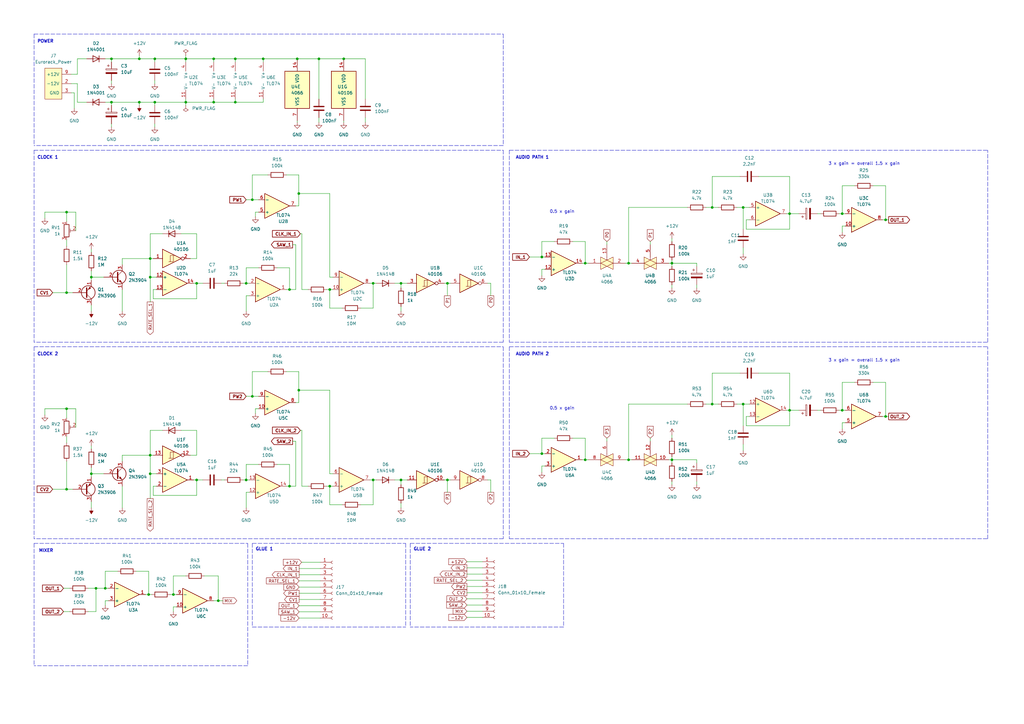
<source format=kicad_sch>
(kicad_sch (version 20211123) (generator eeschema)
  (paper "A3")
  (junction (at 89.535 246.38))
  (junction (at 39.37 241.3))
  (junction (at 135.255 199.39))
  (junction (at 76.2 41.91))
  (junction (at 345.44 87.63))
  (junction (at 87.63 24.13))
  (junction (at 140.97 24.13))
  (junction (at 153.035 116.205))
  (junction (at 63.5 24.13))
  (junction (at 27.305 167.64))
  (junction (at 80.645 116.205))
  (junction (at 363.22 170.815))
  (junction (at 275.59 188.595))
  (junction (at 292.1 85.09))
  (junction (at 61.595 106.045))
  (junction (at 57.15 41.91))
  (junction (at 27.305 200.66))
  (junction (at 363.22 90.17))
  (junction (at 121.92 24.13))
  (junction (at 183.515 196.85))
  (junction (at 71.12 243.84))
  (junction (at 257.81 188.595))
  (junction (at 103.505 162.56))
  (junction (at 96.52 41.91))
  (junction (at 240.03 107.95))
  (junction (at 153.035 196.85))
  (junction (at 61.595 186.69))
  (junction (at 107.95 24.13))
  (junction (at 103.505 81.915))
  (junction (at 76.2 24.13))
  (junction (at 122.555 160.02))
  (junction (at 122.555 79.375))
  (junction (at 164.465 116.205))
  (junction (at 345.44 168.275))
  (junction (at 37.465 113.665))
  (junction (at 100.965 116.205))
  (junction (at 118.745 199.39))
  (junction (at 275.59 107.95))
  (junction (at 240.03 188.595))
  (junction (at 118.745 118.745))
  (junction (at 60.96 243.84))
  (junction (at 183.515 116.205))
  (junction (at 96.52 24.13))
  (junction (at 222.25 186.055))
  (junction (at 304.8 165.735))
  (junction (at 323.85 87.63))
  (junction (at 323.85 168.275))
  (junction (at 100.965 196.85))
  (junction (at 130.81 24.13))
  (junction (at 43.18 241.3))
  (junction (at 27.305 120.015))
  (junction (at 57.15 24.13))
  (junction (at 27.305 86.995))
  (junction (at 80.645 196.85))
  (junction (at 222.25 105.41))
  (junction (at 45.72 41.91))
  (junction (at 87.63 41.91))
  (junction (at 45.72 24.13))
  (junction (at 63.5 41.91))
  (junction (at 304.8 85.09))
  (junction (at 37.465 194.31))
  (junction (at 257.81 107.95))
  (junction (at 61.595 194.31))
  (junction (at 164.465 196.85))
  (junction (at 61.595 113.665))
  (junction (at 135.255 118.745))
  (junction (at 292.1 165.735))
  (wire (pts (xy 59.69 243.84) (xy 60.96 243.84)))
  (wire (pts (xy 21.59 200.66) (xy 27.305 200.66)))
  (wire (pts (xy 153.035 116.205) (xy 153.035 126.365)))
  (wire (pts (xy 149.86 24.13) (xy 140.97 24.13)))
  (polyline (pts (xy 405.13 220.98) (xy 405.13 142.24)))
  (wire (pts (xy 223.52 191.135) (xy 222.25 191.135)))
  (wire (pts (xy 71.12 243.84) (xy 72.39 243.84)))
  (polyline (pts (xy 206.375 13.97) (xy 206.375 59.69)))
  (wire (pts (xy 37.465 102.235) (xy 37.465 103.505)))
  (wire (pts (xy 100.965 127.635) (xy 100.965 121.285)))
  (polyline (pts (xy 13.97 142.24) (xy 13.97 220.98)))
  (wire (pts (xy 191.516 240.538) (xy 197.866 240.538)))
  (wire (pts (xy 117.475 199.39) (xy 118.745 199.39)))
  (polyline (pts (xy 13.97 13.97) (xy 13.97 59.69)))
  (wire (pts (xy 76.2 41.91) (xy 76.2 43.18)))
  (wire (pts (xy 303.53 72.39) (xy 292.1 72.39)))
  (wire (pts (xy 57.15 24.13) (xy 63.5 24.13)))
  (wire (pts (xy 37.465 111.125) (xy 37.465 113.665)))
  (wire (pts (xy 63.5 41.91) (xy 76.2 41.91)))
  (polyline (pts (xy 206.375 140.335) (xy 13.97 140.335)))
  (wire (pts (xy 50.165 199.39) (xy 50.165 208.28)))
  (wire (pts (xy 99.695 196.85) (xy 100.965 196.85)))
  (wire (pts (xy 257.81 165.735) (xy 281.94 165.735)))
  (wire (pts (xy 103.505 162.56) (xy 106.045 162.56)))
  (wire (pts (xy 135.255 118.745) (xy 135.255 126.365)))
  (wire (pts (xy 363.22 156.845) (xy 358.14 156.845)))
  (wire (pts (xy 275.59 116.84) (xy 275.59 118.11)))
  (polyline (pts (xy 13.97 222.885) (xy 13.97 273.05)))
  (wire (pts (xy 117.475 118.745) (xy 118.745 118.745)))
  (wire (pts (xy 222.25 179.705) (xy 222.25 186.055)))
  (wire (pts (xy 275.59 188.595) (xy 275.59 189.865)))
  (wire (pts (xy 103.505 162.56) (xy 103.505 152.4)))
  (wire (pts (xy 164.465 125.73) (xy 164.465 127.635)))
  (wire (pts (xy 350.52 76.2) (xy 345.44 76.2)))
  (polyline (pts (xy 206.375 220.98) (xy 13.97 220.98)))
  (wire (pts (xy 36.195 241.3) (xy 39.37 241.3)))
  (wire (pts (xy 63.5 43.18) (xy 63.5 41.91)))
  (wire (pts (xy 96.52 40.64) (xy 96.52 41.91)))
  (wire (pts (xy 63.5 24.13) (xy 63.5 25.4)))
  (wire (pts (xy 37.465 113.665) (xy 42.545 113.665)))
  (wire (pts (xy 182.245 116.205) (xy 183.515 116.205)))
  (wire (pts (xy 122.555 152.4) (xy 122.555 160.02)))
  (wire (pts (xy 37.465 125.095) (xy 37.465 127.635)))
  (wire (pts (xy 50.165 186.69) (xy 50.165 189.23)))
  (wire (pts (xy 61.595 186.69) (xy 61.595 194.31)))
  (wire (pts (xy 123.825 176.53) (xy 123.825 199.39)))
  (wire (pts (xy 323.85 93.98) (xy 306.07 93.98)))
  (wire (pts (xy 182.245 196.85) (xy 183.515 196.85)))
  (wire (pts (xy 37.465 113.665) (xy 37.465 114.935)))
  (wire (pts (xy 96.52 24.13) (xy 96.52 25.4)))
  (polyline (pts (xy 208.915 142.24) (xy 405.13 142.24)))
  (wire (pts (xy 76.2 40.64) (xy 76.2 41.91)))
  (wire (pts (xy 62.865 122.555) (xy 80.645 122.555)))
  (wire (pts (xy 240.03 188.595) (xy 240.03 179.705)))
  (wire (pts (xy 45.72 24.13) (xy 57.15 24.13)))
  (wire (pts (xy 345.44 156.845) (xy 345.44 168.275)))
  (polyline (pts (xy 103.505 222.885) (xy 103.505 257.175)))
  (wire (pts (xy 222.25 105.41) (xy 223.52 105.41)))
  (wire (pts (xy 361.95 170.815) (xy 363.22 170.815)))
  (wire (pts (xy 122.682 253.492) (xy 131.318 253.492)))
  (wire (pts (xy 27.305 86.995) (xy 18.415 86.995)))
  (wire (pts (xy 191.516 243.078) (xy 197.866 243.078)))
  (wire (pts (xy 322.58 168.275) (xy 323.85 168.275)))
  (wire (pts (xy 61.595 186.69) (xy 50.165 186.69)))
  (wire (pts (xy 123.825 199.39) (xy 126.365 199.39)))
  (wire (pts (xy 43.18 41.91) (xy 45.72 41.91)))
  (wire (pts (xy 164.465 196.85) (xy 164.465 198.755)))
  (wire (pts (xy 275.59 97.79) (xy 275.59 99.06)))
  (wire (pts (xy 78.105 106.045) (xy 80.645 106.045)))
  (wire (pts (xy 135.255 118.745) (xy 136.525 118.745)))
  (wire (pts (xy 227.33 179.705) (xy 222.25 179.705)))
  (wire (pts (xy 80.645 196.85) (xy 79.375 196.85)))
  (wire (pts (xy 62.865 118.745) (xy 62.865 122.555)))
  (polyline (pts (xy 208.915 61.595) (xy 208.915 140.335)))
  (wire (pts (xy 153.035 116.205) (xy 154.305 116.205)))
  (wire (pts (xy 289.56 165.735) (xy 292.1 165.735)))
  (polyline (pts (xy 103.505 257.175) (xy 166.37 257.175)))
  (wire (pts (xy 151.765 116.205) (xy 153.035 116.205)))
  (wire (pts (xy 103.505 71.755) (xy 109.855 71.755)))
  (wire (pts (xy 87.63 41.91) (xy 76.2 41.91)))
  (wire (pts (xy 323.85 168.275) (xy 323.85 174.625)))
  (wire (pts (xy 61.595 113.665) (xy 64.135 113.665)))
  (wire (pts (xy 350.52 156.845) (xy 345.44 156.845)))
  (wire (pts (xy 80.645 116.205) (xy 79.375 116.205)))
  (wire (pts (xy 223.52 110.49) (xy 222.25 110.49)))
  (polyline (pts (xy 168.275 222.885) (xy 231.14 222.885)))
  (wire (pts (xy 106.045 190.5) (xy 100.965 190.5)))
  (wire (pts (xy 304.8 85.09) (xy 304.8 93.98)))
  (wire (pts (xy 304.8 101.6) (xy 304.8 104.14)))
  (wire (pts (xy 107.95 24.13) (xy 121.92 24.13)))
  (wire (pts (xy 118.745 199.39) (xy 118.745 190.5)))
  (wire (pts (xy 103.505 81.915) (xy 103.505 71.755)))
  (wire (pts (xy 257.81 188.595) (xy 259.08 188.595)))
  (wire (pts (xy 302.26 165.735) (xy 304.8 165.735)))
  (wire (pts (xy 122.555 79.375) (xy 122.555 84.455)))
  (polyline (pts (xy 166.37 222.885) (xy 166.37 257.175)))
  (wire (pts (xy 256.54 107.95) (xy 257.81 107.95)))
  (wire (pts (xy 48.26 234.315) (xy 43.18 234.315)))
  (wire (pts (xy 257.81 107.95) (xy 257.81 85.09)))
  (wire (pts (xy 122.682 248.412) (xy 131.318 248.412)))
  (wire (pts (xy 363.22 90.17) (xy 364.49 90.17)))
  (wire (pts (xy 274.32 188.595) (xy 275.59 188.595)))
  (wire (pts (xy 31.115 167.64) (xy 27.305 167.64)))
  (wire (pts (xy 123.19 95.885) (xy 123.825 95.885)))
  (wire (pts (xy 122.682 245.872) (xy 131.318 245.872)))
  (wire (pts (xy 147.955 207.01) (xy 153.035 207.01)))
  (wire (pts (xy 87.63 25.4) (xy 87.63 24.13)))
  (wire (pts (xy 289.56 85.09) (xy 292.1 85.09)))
  (wire (pts (xy 344.17 168.275) (xy 345.44 168.275)))
  (wire (pts (xy 44.45 246.38) (xy 43.18 246.38)))
  (polyline (pts (xy 231.14 222.885) (xy 231.14 257.175)))
  (wire (pts (xy 238.76 107.95) (xy 240.03 107.95)))
  (wire (pts (xy 87.63 40.64) (xy 87.63 41.91)))
  (wire (pts (xy 27.305 179.07) (xy 27.305 181.61)))
  (wire (pts (xy 274.32 107.95) (xy 275.59 107.95)))
  (polyline (pts (xy 231.14 257.175) (xy 168.275 257.175)))
  (wire (pts (xy 191.516 235.458) (xy 197.866 235.458)))
  (wire (pts (xy 133.985 118.745) (xy 135.255 118.745)))
  (wire (pts (xy 63.5 24.13) (xy 76.2 24.13)))
  (wire (pts (xy 76.2 22.86) (xy 76.2 24.13)))
  (wire (pts (xy 80.645 116.205) (xy 80.645 122.555)))
  (wire (pts (xy 87.63 41.91) (xy 96.52 41.91)))
  (wire (pts (xy 60.96 243.84) (xy 62.23 243.84)))
  (wire (pts (xy 118.745 190.5) (xy 113.665 190.5)))
  (wire (pts (xy 18.415 167.64) (xy 18.415 170.18)))
  (wire (pts (xy 30.48 38.1) (xy 29.21 38.1)))
  (wire (pts (xy 107.95 40.64) (xy 107.95 41.91)))
  (wire (pts (xy 100.965 196.85) (xy 102.235 196.85)))
  (wire (pts (xy 87.63 24.13) (xy 96.52 24.13)))
  (wire (pts (xy 191.516 237.998) (xy 197.866 237.998)))
  (wire (pts (xy 217.17 186.055) (xy 222.25 186.055)))
  (wire (pts (xy 275.59 107.95) (xy 285.75 107.95)))
  (polyline (pts (xy 206.375 142.24) (xy 206.375 220.98)))
  (wire (pts (xy 121.285 180.975) (xy 121.285 199.39)))
  (wire (pts (xy 64.135 199.39) (xy 62.865 199.39)))
  (wire (pts (xy 191.516 232.918) (xy 197.866 232.918)))
  (wire (pts (xy 306.07 90.17) (xy 307.34 90.17)))
  (wire (pts (xy 227.33 99.06) (xy 222.25 99.06)))
  (wire (pts (xy 257.81 85.09) (xy 281.94 85.09)))
  (wire (pts (xy 89.535 246.38) (xy 87.63 246.38)))
  (wire (pts (xy 61.595 113.665) (xy 61.595 123.825)))
  (wire (pts (xy 257.81 107.95) (xy 259.08 107.95)))
  (wire (pts (xy 363.22 170.815) (xy 363.22 156.845)))
  (wire (pts (xy 31.115 175.26) (xy 31.115 167.64)))
  (wire (pts (xy 71.12 236.22) (xy 76.2 236.22)))
  (wire (pts (xy 45.72 41.91) (xy 57.15 41.91)))
  (wire (pts (xy 45.72 52.07) (xy 45.72 50.8)))
  (wire (pts (xy 304.8 165.735) (xy 304.8 174.625)))
  (wire (pts (xy 191.516 250.698) (xy 197.866 250.698)))
  (wire (pts (xy 135.255 113.665) (xy 135.255 79.375)))
  (wire (pts (xy 240.03 107.95) (xy 241.3 107.95)))
  (wire (pts (xy 191.516 248.158) (xy 197.866 248.158)))
  (wire (pts (xy 266.7 99.06) (xy 266.7 100.33)))
  (wire (pts (xy 135.255 194.31) (xy 135.255 160.02)))
  (wire (pts (xy 63.5 33.02) (xy 63.5 34.29)))
  (wire (pts (xy 122.555 71.755) (xy 122.555 79.375)))
  (wire (pts (xy 363.22 76.2) (xy 358.14 76.2)))
  (wire (pts (xy 238.76 188.595) (xy 240.03 188.595)))
  (wire (pts (xy 191.516 245.618) (xy 197.866 245.618)))
  (wire (pts (xy 302.26 85.09) (xy 304.8 85.09)))
  (wire (pts (xy 363.22 170.815) (xy 364.49 170.815)))
  (wire (pts (xy 183.515 196.85) (xy 184.785 196.85)))
  (wire (pts (xy 121.285 84.455) (xy 122.555 84.455)))
  (wire (pts (xy 29.21 34.29) (xy 31.75 34.29)))
  (wire (pts (xy 130.81 48.26) (xy 130.81 50.165)))
  (wire (pts (xy 335.28 87.63) (xy 336.55 87.63)))
  (wire (pts (xy 345.44 173.355) (xy 345.44 175.895)))
  (wire (pts (xy 61.595 95.885) (xy 61.595 106.045)))
  (wire (pts (xy 45.72 24.13) (xy 43.18 24.13)))
  (wire (pts (xy 103.505 81.915) (xy 106.045 81.915)))
  (wire (pts (xy 31.115 94.615) (xy 31.115 86.995)))
  (wire (pts (xy 89.535 246.38) (xy 91.44 246.38)))
  (wire (pts (xy 122.555 160.02) (xy 122.555 165.1)))
  (wire (pts (xy 55.88 234.315) (xy 60.96 234.315)))
  (wire (pts (xy 164.465 206.375) (xy 164.465 208.28)))
  (wire (pts (xy 266.7 179.705) (xy 266.7 180.975)))
  (wire (pts (xy 123.825 118.745) (xy 126.365 118.745)))
  (wire (pts (xy 240.03 107.95) (xy 240.03 99.06)))
  (wire (pts (xy 335.28 168.275) (xy 336.55 168.275)))
  (wire (pts (xy 191.516 230.378) (xy 197.866 230.378)))
  (wire (pts (xy 275.59 107.95) (xy 275.59 109.22)))
  (wire (pts (xy 285.75 188.595) (xy 285.75 189.865)))
  (wire (pts (xy 122.682 240.792) (xy 131.318 240.792)))
  (wire (pts (xy 69.85 243.84) (xy 71.12 243.84)))
  (wire (pts (xy 27.305 98.425) (xy 27.305 100.965)))
  (wire (pts (xy 130.81 24.13) (xy 130.81 40.64)))
  (wire (pts (xy 136.525 194.31) (xy 135.255 194.31)))
  (wire (pts (xy 74.295 95.885) (xy 80.645 95.885)))
  (wire (pts (xy 120.015 100.33) (xy 121.285 100.33)))
  (wire (pts (xy 39.37 241.3) (xy 39.37 250.825)))
  (wire (pts (xy 135.255 199.39) (xy 135.255 207.01)))
  (wire (pts (xy 222.25 110.49) (xy 222.25 113.03)))
  (wire (pts (xy 45.72 33.02) (xy 45.72 34.29)))
  (wire (pts (xy 257.81 188.595) (xy 257.81 165.735)))
  (wire (pts (xy 118.745 199.39) (xy 121.285 199.39)))
  (wire (pts (xy 80.645 196.85) (xy 83.185 196.85)))
  (wire (pts (xy 30.48 44.45) (xy 30.48 38.1)))
  (wire (pts (xy 323.85 72.39) (xy 323.85 87.63)))
  (wire (pts (xy 222.25 186.055) (xy 223.52 186.055)))
  (wire (pts (xy 136.525 113.665) (xy 135.255 113.665)))
  (wire (pts (xy 346.71 173.355) (xy 345.44 173.355)))
  (wire (pts (xy 306.07 93.98) (xy 306.07 90.17)))
  (wire (pts (xy 304.8 85.09) (xy 307.34 85.09)))
  (wire (pts (xy 37.465 194.31) (xy 42.545 194.31)))
  (wire (pts (xy 39.37 241.3) (xy 43.18 241.3)))
  (wire (pts (xy 275.59 188.595) (xy 285.75 188.595)))
  (wire (pts (xy 275.59 178.435) (xy 275.59 179.705)))
  (wire (pts (xy 323.85 168.275) (xy 327.66 168.275)))
  (wire (pts (xy 62.865 199.39) (xy 62.865 203.2)))
  (wire (pts (xy 240.03 99.06) (xy 234.95 99.06)))
  (wire (pts (xy 27.305 171.45) (xy 27.305 167.64)))
  (wire (pts (xy 292.1 72.39) (xy 292.1 85.09)))
  (wire (pts (xy 62.865 186.69) (xy 61.595 186.69)))
  (wire (pts (xy 66.675 95.885) (xy 61.595 95.885)))
  (wire (pts (xy 285.75 107.95) (xy 285.75 109.22)))
  (wire (pts (xy 83.82 236.22) (xy 89.535 236.22)))
  (wire (pts (xy 121.285 100.33) (xy 121.285 118.745)))
  (wire (pts (xy 107.95 24.13) (xy 96.52 24.13)))
  (wire (pts (xy 122.682 250.952) (xy 131.318 250.952)))
  (wire (pts (xy 100.965 81.915) (xy 103.505 81.915)))
  (wire (pts (xy 120.015 180.975) (xy 121.285 180.975)))
  (polyline (pts (xy 13.97 142.24) (xy 206.375 142.24)))
  (wire (pts (xy 43.18 241.3) (xy 44.45 241.3)))
  (polyline (pts (xy 405.13 140.335) (xy 405.13 61.595)))
  (wire (pts (xy 63.5 41.91) (xy 57.15 41.91)))
  (wire (pts (xy 344.17 87.63) (xy 345.44 87.63)))
  (wire (pts (xy 292.1 153.035) (xy 292.1 165.735)))
  (wire (pts (xy 311.15 153.035) (xy 323.85 153.035)))
  (wire (pts (xy 27.305 189.23) (xy 27.305 200.66)))
  (wire (pts (xy 31.75 41.91) (xy 35.56 41.91)))
  (polyline (pts (xy 208.915 142.24) (xy 208.915 220.98)))
  (wire (pts (xy 18.415 86.995) (xy 18.415 89.535)))
  (wire (pts (xy 122.682 233.172) (xy 131.318 233.172)))
  (wire (pts (xy 100.965 162.56) (xy 103.505 162.56)))
  (wire (pts (xy 363.22 90.17) (xy 363.22 76.2)))
  (wire (pts (xy 36.195 250.825) (xy 39.37 250.825)))
  (wire (pts (xy 100.965 121.285) (xy 102.235 121.285)))
  (wire (pts (xy 121.92 24.13) (xy 130.81 24.13)))
  (wire (pts (xy 61.595 106.045) (xy 61.595 113.665)))
  (wire (pts (xy 61.595 176.53) (xy 61.595 186.69)))
  (wire (pts (xy 323.85 153.035) (xy 323.85 168.275)))
  (wire (pts (xy 104.775 167.64) (xy 104.775 169.545)))
  (wire (pts (xy 100.965 116.205) (xy 102.235 116.205)))
  (polyline (pts (xy 206.375 59.69) (xy 13.97 59.69)))
  (wire (pts (xy 71.12 243.84) (xy 71.12 236.22)))
  (wire (pts (xy 27.305 108.585) (xy 27.305 120.015)))
  (wire (pts (xy 50.165 106.045) (xy 50.165 108.585)))
  (wire (pts (xy 123.19 176.53) (xy 123.825 176.53)))
  (wire (pts (xy 306.07 170.815) (xy 307.34 170.815)))
  (wire (pts (xy 72.39 248.92) (xy 71.12 248.92)))
  (wire (pts (xy 222.25 191.135) (xy 222.25 193.675)))
  (wire (pts (xy 292.1 85.09) (xy 294.64 85.09)))
  (polyline (pts (xy 13.97 222.885) (xy 101.6 222.885)))
  (wire (pts (xy 345.44 76.2) (xy 345.44 87.63)))
  (polyline (pts (xy 168.275 222.885) (xy 168.275 257.175)))
  (wire (pts (xy 62.865 106.045) (xy 61.595 106.045)))
  (wire (pts (xy 61.595 194.31) (xy 64.135 194.31)))
  (wire (pts (xy 346.71 92.71) (xy 345.44 92.71)))
  (wire (pts (xy 80.645 186.69) (xy 80.645 176.53)))
  (wire (pts (xy 37.465 194.31) (xy 37.465 195.58)))
  (wire (pts (xy 89.535 236.22) (xy 89.535 246.38)))
  (wire (pts (xy 27.305 90.805) (xy 27.305 86.995)))
  (wire (pts (xy 222.25 99.06) (xy 222.25 105.41)))
  (wire (pts (xy 80.645 196.85) (xy 80.645 203.2)))
  (wire (pts (xy 285.75 197.485) (xy 285.75 198.755)))
  (wire (pts (xy 80.645 116.205) (xy 83.185 116.205)))
  (wire (pts (xy 31.75 24.13) (xy 31.75 30.48)))
  (wire (pts (xy 135.255 79.375) (xy 122.555 79.375)))
  (wire (pts (xy 183.515 116.205) (xy 184.785 116.205)))
  (wire (pts (xy 64.135 118.745) (xy 62.865 118.745)))
  (wire (pts (xy 21.59 120.015) (xy 27.305 120.015)))
  (wire (pts (xy 248.92 99.06) (xy 248.92 100.33)))
  (wire (pts (xy 103.505 152.4) (xy 109.855 152.4)))
  (wire (pts (xy 61.595 194.31) (xy 61.595 204.47)))
  (wire (pts (xy 35.56 24.13) (xy 31.75 24.13)))
  (polyline (pts (xy 208.915 61.595) (xy 405.13 61.595)))
  (wire (pts (xy 323.85 174.625) (xy 306.07 174.625)))
  (wire (pts (xy 161.925 196.85) (xy 164.465 196.85)))
  (wire (pts (xy 60.96 234.315) (xy 60.96 243.84)))
  (wire (pts (xy 133.985 199.39) (xy 135.255 199.39)))
  (wire (pts (xy 122.682 235.712) (xy 131.318 235.712)))
  (wire (pts (xy 74.295 176.53) (xy 80.645 176.53)))
  (wire (pts (xy 130.81 24.13) (xy 140.97 24.13)))
  (wire (pts (xy 153.035 196.85) (xy 154.305 196.85)))
  (wire (pts (xy 123.698 230.632) (xy 131.318 230.632)))
  (polyline (pts (xy 101.6 273.05) (xy 13.97 273.05)))
  (wire (pts (xy 323.85 87.63) (xy 327.66 87.63)))
  (polyline (pts (xy 101.6 222.885) (xy 101.6 273.05)))
  (wire (pts (xy 361.95 90.17) (xy 363.22 90.17)))
  (wire (pts (xy 123.825 95.885) (xy 123.825 118.745)))
  (wire (pts (xy 45.72 24.13) (xy 45.72 25.4)))
  (wire (pts (xy 31.75 34.29) (xy 31.75 41.91)))
  (polyline (pts (xy 103.505 222.885) (xy 166.37 222.885)))
  (wire (pts (xy 306.07 174.625) (xy 306.07 170.815)))
  (wire (pts (xy 311.15 72.39) (xy 323.85 72.39)))
  (wire (pts (xy 100.965 201.93) (xy 102.235 201.93)))
  (wire (pts (xy 100.965 190.5) (xy 100.965 196.85)))
  (polyline (pts (xy 13.97 13.97) (xy 206.375 13.97)))
  (wire (pts (xy 164.465 116.205) (xy 164.465 118.11)))
  (wire (pts (xy 183.515 196.85) (xy 183.515 201.93)))
  (wire (pts (xy 149.86 48.26) (xy 149.86 50.165)))
  (wire (pts (xy 304.8 165.735) (xy 307.34 165.735)))
  (wire (pts (xy 201.295 196.85) (xy 201.295 201.93)))
  (wire (pts (xy 345.44 92.71) (xy 345.44 95.25)))
  (polyline (pts (xy 13.97 61.595) (xy 206.375 61.595)))
  (wire (pts (xy 240.03 179.705) (xy 234.95 179.705)))
  (wire (pts (xy 200.025 196.85) (xy 201.295 196.85)))
  (wire (pts (xy 106.045 86.995) (xy 104.775 86.995)))
  (wire (pts (xy 323.85 87.63) (xy 323.85 93.98)))
  (wire (pts (xy 29.21 30.48) (xy 31.75 30.48)))
  (wire (pts (xy 87.63 24.13) (xy 76.2 24.13)))
  (wire (pts (xy 107.95 41.91) (xy 96.52 41.91)))
  (wire (pts (xy 106.045 167.64) (xy 104.775 167.64)))
  (wire (pts (xy 50.165 118.745) (xy 50.165 127.635)))
  (wire (pts (xy 27.305 120.015) (xy 29.845 120.015)))
  (wire (pts (xy 200.025 116.205) (xy 201.295 116.205)))
  (wire (pts (xy 275.59 187.325) (xy 275.59 188.595)))
  (wire (pts (xy 66.675 176.53) (xy 61.595 176.53)))
  (wire (pts (xy 322.58 87.63) (xy 323.85 87.63)))
  (wire (pts (xy 275.59 197.485) (xy 275.59 198.755)))
  (wire (pts (xy 37.465 182.88) (xy 37.465 184.15)))
  (wire (pts (xy 31.115 86.995) (xy 27.305 86.995)))
  (wire (pts (xy 117.475 71.755) (xy 122.555 71.755)))
  (wire (pts (xy 275.59 106.68) (xy 275.59 107.95)))
  (wire (pts (xy 43.18 246.38) (xy 43.18 248.285)))
  (wire (pts (xy 122.682 243.332) (xy 131.318 243.332)))
  (wire (pts (xy 240.03 188.595) (xy 241.3 188.595)))
  (wire (pts (xy 285.75 116.84) (xy 285.75 118.11)))
  (wire (pts (xy 107.95 25.4) (xy 107.95 24.13)))
  (wire (pts (xy 76.2 24.13) (xy 76.2 25.4)))
  (wire (pts (xy 100.965 208.28) (xy 100.965 201.93)))
  (wire (pts (xy 90.805 116.205) (xy 92.075 116.205)))
  (wire (pts (xy 62.865 203.2) (xy 80.645 203.2)))
  (wire (pts (xy 57.15 24.13) (xy 57.15 22.86)))
  (wire (pts (xy 63.5 50.8) (xy 63.5 52.07)))
  (wire (pts (xy 26.035 250.825) (xy 28.575 250.825)))
  (wire (pts (xy 37.465 191.77) (xy 37.465 194.31)))
  (wire (pts (xy 90.805 196.85) (xy 92.075 196.85)))
  (polyline (pts (xy 13.97 61.595) (xy 13.97 140.335)))
  (wire (pts (xy 78.105 186.69) (xy 80.645 186.69)))
  (wire (pts (xy 118.745 118.745) (xy 118.745 109.855)))
  (wire (pts (xy 27.305 200.66) (xy 29.845 200.66)))
  (wire (pts (xy 248.92 179.705) (xy 248.92 180.975)))
  (wire (pts (xy 57.15 41.91) (xy 57.15 43.18)))
  (polyline (pts (xy 206.375 61.595) (xy 206.375 140.335)))
  (wire (pts (xy 292.1 165.735) (xy 294.64 165.735)))
  (wire (pts (xy 135.255 199.39) (xy 136.525 199.39)))
  (wire (pts (xy 45.72 43.18) (xy 45.72 41.91)))
  (wire (pts (xy 104.775 86.995) (xy 104.775 88.9)))
  (wire (pts (xy 345.44 168.275) (xy 346.71 168.275)))
  (wire (pts (xy 100.965 109.855) (xy 100.965 116.205)))
  (wire (pts (xy 345.44 87.63) (xy 346.71 87.63)))
  (wire (pts (xy 99.695 116.205) (xy 100.965 116.205)))
  (wire (pts (xy 256.54 188.595) (xy 257.81 188.595)))
  (wire (pts (xy 191.516 253.238) (xy 197.866 253.238)))
  (wire (pts (xy 135.255 160.02) (xy 122.555 160.02)))
  (wire (pts (xy 153.035 196.85) (xy 153.035 207.01)))
  (wire (pts (xy 161.925 116.205) (xy 164.465 116.205)))
  (wire (pts (xy 164.465 196.85) (xy 167.005 196.85)))
  (wire (pts (xy 71.12 248.92) (xy 71.12 250.825)))
  (wire (pts (xy 80.645 106.045) (xy 80.645 95.885)))
  (wire (pts (xy 183.515 116.205) (xy 183.515 121.285)))
  (wire (pts (xy 140.97 49.53) (xy 140.97 50.165)))
  (wire (pts (xy 304.8 182.245) (xy 304.8 184.785)))
  (wire (pts (xy 121.92 49.53) (xy 121.92 50.165)))
  (wire (pts (xy 217.17 105.41) (xy 222.25 105.41)))
  (wire (pts (xy 122.682 238.252) (xy 131.318 238.252)))
  (wire (pts (xy 27.305 167.64) (xy 18.415 167.64)))
  (wire (pts (xy 106.045 109.855) (xy 100.965 109.855)))
  (wire (pts (xy 140.335 207.01) (xy 135.255 207.01)))
  (wire (pts (xy 164.465 116.205) (xy 167.005 116.205)))
  (wire (pts (xy 61.595 106.045) (xy 50.165 106.045)))
  (wire (pts (xy 117.475 152.4) (xy 122.555 152.4)))
  (wire (pts (xy 140.335 126.365) (xy 135.255 126.365)))
  (wire (pts (xy 149.86 40.64) (xy 149.86 24.13)))
  (wire (pts (xy 118.745 118.745) (xy 121.285 118.745)))
  (wire (pts (xy 118.745 109.855) (xy 113.665 109.855)))
  (wire (pts (xy 147.955 126.365) (xy 153.035 126.365)))
  (wire (pts (xy 201.295 116.205) (xy 201.295 121.285)))
  (polyline (pts (xy 208.915 220.98) (xy 405.13 220.98)))
  (wire (pts (xy 303.53 153.035) (xy 292.1 153.035)))
  (wire (pts (xy 151.765 196.85) (xy 153.035 196.85)))
  (wire (pts (xy 121.285 165.1) (xy 122.555 165.1)))
  (wire (pts (xy 43.18 234.315) (xy 43.18 241.3)))
  (wire (pts (xy 26.035 241.3) (xy 28.575 241.3)))
  (wire (pts (xy 37.465 205.74) (xy 37.465 208.28)))
  (polyline (pts (xy 208.915 140.335) (xy 405.13 140.335)))
  (text "CLOCK 1" (at 15.24 65.405 0) (effects (font (size 1.27 1.27) (thickness 0.254) bold) (justify left bottom)))
  (text "POWER" (at 15.24 17.78 0) (effects (font (size 1.27 1.27) (thickness 0.254) bold) (justify left bottom)))
  (text "GLUE 1" (at 104.775 226.06 0) (effects (font (size 1.27 1.27) (thickness 0.254) bold) (justify left bottom)))
  (text "AUDIO PATH 2" (at 211.455 146.05 0) (effects (font (size 1.27 1.27) (thickness 0.254) bold) (justify left bottom)))
  (text "CLOCK 2" (at 15.24 146.05 0) (effects (font (size 1.27 1.27) (thickness 0.254) bold) (justify left bottom)))
  (text "3 x gain = overall 1.5 x gain" (at 339.725 67.945 0) (effects (font (size 1.27 1.27)) (justify left bottom)))
  (text "GLUE 2" (at 169.545 226.06 0) (effects (font (size 1.27 1.27) (thickness 0.254) bold) (justify left bottom)))
  (text "3 x gain = overall 1.5 x gain" (at 339.725 148.59 0) (effects (font (size 1.27 1.27)) (justify left bottom)))
  (text "0.5 x gain" (at 225.425 87.63 0) (effects (font (size 1.27 1.27)) (justify left bottom)))
  (text "AUDIO PATH 1" (at 211.455 65.405 0) (effects (font (size 1.27 1.27) (thickness 0.254) bold) (justify left bottom)))
  (text "0.5 x gain" (at 225.425 168.275 0) (effects (font (size 1.27 1.27)) (justify left bottom)))
  (text "MIXER" (at 15.875 226.695 0) (effects (font (size 1.27 1.27) (thickness 0.254) bold) (justify left bottom)))
  (global_label "IN_2" (shape input) (at 217.17 186.055 180) (effects (font bold)) (property "Intersheet References" "${INTERSHEET_REFS}" (effects hide)))
  (global_label "RATE_SEL_1" (shape output) (at 61.595 123.825 270) (property "Intersheet References" "${INTERSHEET_REFS}" (effects hide)))
  (global_label "OUT_1" (shape output) (at 364.49 90.17 0) (effects (font bold)) (property "Intersheet References" "${INTERSHEET_REFS}" (effects hide)))
  (global_label "CLK_IN_2" (shape output) (at 191.516 235.458 180) (property "Intersheet References" "${INTERSHEET_REFS}" (effects hide)))
  (global_label "CV1" (shape output) (at 122.682 245.872 180) (property "Intersheet References" "${INTERSHEET_REFS}" (effects hide)))
  (global_label "MIX" (shape output) (at 91.44 246.38 0) (property "Intersheet References" "${INTERSHEET_REFS}" (effects hide)))
  (global_label "P3" (shape input) (at 248.92 179.705 90) (property "Intersheet References" "${INTERSHEET_REFS}" (effects hide)))
  (global_label "RATE_SEL_1" (shape input) (at 122.682 238.252 180) (property "Intersheet References" "${INTERSHEET_REFS}" (effects hide)))
  (global_label "CLK_IN_1" (shape input) (at 123.19 95.885 180) (effects (font bold)) (property "Intersheet References" "${INTERSHEET_REFS}" (effects hide)))
  (global_label "SAW_1" (shape output) (at 120.015 100.33 180) (effects (font bold)) (property "Intersheet References" "${INTERSHEET_REFS}" (effects hide)))
  (global_label "CV2" (shape output) (at 191.516 243.078 180) (property "Intersheet References" "${INTERSHEET_REFS}" (effects hide)))
  (global_label "OUT_1" (shape input) (at 122.682 248.412 180) (property "Intersheet References" "${INTERSHEET_REFS}" (effects hide)))
  (global_label "PW1" (shape input) (at 100.965 81.915 180) (effects (font bold)) (property "Intersheet References" "${INTERSHEET_REFS}" (effects hide)))
  (global_label "OUT_2" (shape output) (at 364.49 170.815 0) (effects (font bold)) (property "Intersheet References" "${INTERSHEET_REFS}" (effects hide)))
  (global_label "P0" (shape input) (at 248.92 99.06 90) (property "Intersheet References" "${INTERSHEET_REFS}" (effects hide)))
  (global_label "P1" (shape output) (at 183.515 121.285 270) (property "Intersheet References" "${INTERSHEET_REFS}" (effects hide)))
  (global_label "PW2" (shape output) (at 191.516 240.538 180) (property "Intersheet References" "${INTERSHEET_REFS}" (effects hide)))
  (global_label "CV2" (shape input) (at 21.59 200.66 180) (effects (font bold)) (property "Intersheet References" "${INTERSHEET_REFS}" (effects hide)))
  (global_label "RATE_SEL_2" (shape input) (at 191.516 237.998 180) (property "Intersheet References" "${INTERSHEET_REFS}" (effects hide)))
  (global_label "OUT_2" (shape input) (at 191.516 245.618 180) (property "Intersheet References" "${INTERSHEET_REFS}" (effects hide)))
  (global_label "IN_2" (shape output) (at 191.516 232.918 180) (property "Intersheet References" "${INTERSHEET_REFS}" (effects hide)))
  (global_label "SAW_2" (shape input) (at 191.516 248.158 180) (property "Intersheet References" "${INTERSHEET_REFS}" (effects hide)))
  (global_label "RATE_SEL_2" (shape output) (at 61.595 204.47 270) (property "Intersheet References" "${INTERSHEET_REFS}" (effects hide)))
  (global_label "SAW_2" (shape output) (at 120.015 180.975 180) (effects (font bold)) (property "Intersheet References" "${INTERSHEET_REFS}" (effects hide)))
  (global_label "P1" (shape input) (at 266.7 99.06 90) (property "Intersheet References" "${INTERSHEET_REFS}" (effects hide)))
  (global_label "P2" (shape output) (at 201.295 201.93 270) (property "Intersheet References" "${INTERSHEET_REFS}" (effects hide)))
  (global_label "MIX" (shape input) (at 191.516 250.698 180) (property "Intersheet References" "${INTERSHEET_REFS}" (effects hide)))
  (global_label "CV1" (shape input) (at 21.59 120.015 180) (effects (font bold)) (property "Intersheet References" "${INTERSHEET_REFS}" (effects hide)))
  (global_label "PW1" (shape output) (at 122.682 243.332 180) (property "Intersheet References" "${INTERSHEET_REFS}" (effects hide)))
  (global_label "-12V" (shape input) (at 191.516 253.238 180) (property "Intersheet References" "${INTERSHEET_REFS}" (effects hide)))
  (global_label "P2" (shape input) (at 266.7 179.705 90) (property "Intersheet References" "${INTERSHEET_REFS}" (effects hide)))
  (global_label "P0" (shape output) (at 201.295 121.285 270) (property "Intersheet References" "${INTERSHEET_REFS}" (effects hide)))
  (global_label "P3" (shape output) (at 183.515 201.93 270) (property "Intersheet References" "${INTERSHEET_REFS}" (effects hide)))
  (global_label "OUT_2" (shape input) (at 26.035 250.825 180) (effects (font bold)) (property "Intersheet References" "${INTERSHEET_REFS}" (effects hide)))
  (global_label "OUT_1" (shape input) (at 26.035 241.3 180) (effects (font bold)) (property "Intersheet References" "${INTERSHEET_REFS}" (effects hide)))
  (global_label "+12V" (shape input) (at 191.516 230.378 180) (property "Intersheet References" "${INTERSHEET_REFS}" (effects hide)))
  (global_label "-12V" (shape input) (at 122.682 253.492 180) (property "Intersheet References" "${INTERSHEET_REFS}" (effects hide)))
  (global_label "IN_1" (shape output) (at 122.682 233.172 180) (property "Intersheet References" "${INTERSHEET_REFS}" (effects hide)))
  (global_label "GND" (shape input) (at 122.682 240.792 180) (property "Intersheet References" "${INTERSHEET_REFS}" (effects hide)))
  (global_label "SAW_1" (shape input) (at 122.682 250.952 180) (property "Intersheet References" "${INTERSHEET_REFS}" (effects hide)))
  (global_label "CLK_IN_2" (shape input) (at 123.19 176.53 180) (effects (font bold)) (property "Intersheet References" "${INTERSHEET_REFS}" (effects hide)))
  (global_label "+12V" (shape input) (at 123.698 230.632 180) (property "Intersheet References" "${INTERSHEET_REFS}" (effects hide)))
  (global_label "CLK_IN_1" (shape output) (at 122.682 235.712 180) (property "Intersheet References" "${INTERSHEET_REFS}" (effects hide)))
  (global_label "IN_1" (shape input) (at 217.17 105.41 180) (effects (font bold)) (property "Intersheet References" "${INTERSHEET_REFS}" (effects hide)))
  (global_label "PW2" (shape input) (at 100.965 162.56 180) (effects (font bold)) (property "Intersheet References" "${INTERSHEET_REFS}" (effects hide)))
  (symbol (lib_id "Device:R_Potentiometer_Trim") (at 27.305 175.26 0) (unit 1)
    (property "Reference" "RV2" (at 24.765 173.9899 0) (effects (justify right)))
    (property "Value" "1k" (at 24.765 176.5299 0) (effects (justify right)))
    (property "Footprint" "Potentiometer_THT:Potentiometer_Bourns_3296W_Vertical" (effects hide))
  )
  (symbol (lib_id "power:+12V") (at 57.15 22.86 0) (unit 1)
    (property "Reference" "#PWR0124" (effects hide))
    (property "Value" "+12V" (at 57.15 17.78 0))
  )
  (symbol (lib_id "power:+12V") (at 275.59 97.79 0) (unit 1)
    (property "Reference" "#PWR0136" (effects hide))
    (property "Value" "+12V" (at 275.59 92.71 0))
  )
  (symbol (lib_id "power:PWR_FLAG") (at 76.2 43.18 180) (unit 1)
    (property "Reference" "#FLG0102" (effects hide))
    (property "Value" "PWR_FLAG" (at 78.74 44.4499 0) (effects (justify right)))
  )
  (symbol (lib_id "power:+12V") (at 37.465 182.88 0) (unit 1)
    (property "Reference" "#PWR024" (effects hide))
    (property "Value" "+12V" (at 37.465 177.8 0))
  )
  (symbol (lib_id "4xxx:4066") (at 248.92 107.95 0) (unit 1)
    (property "Reference" "U4" (at 248.92 113.03 0))
    (property "Value" "4066" (at 248.92 115.57 0))
    (property "Footprint" "Package_DIP:DIP-14_W7.62mm_LongPads" (effects hide))
    (property "Datasheet" "http://www.ti.com/lit/ds/symlink/cd4066b.pdf" (effects hide))
  )
  (symbol (lib_id "Device:C") (at 307.34 153.035 90) (unit 1)
    (property "Reference" "C19" (at 307.34 145.415 90))
    (property "Value" "2.2nF" (at 307.34 147.955 90))
    (property "Footprint" "Capacitor_THT:C_Disc_D7.5mm_W2.5mm_P5.00mm" (effects hide))
  )
  (symbol (lib_id "Amplifier_Operational:TL074") (at 144.145 196.85 0) (mirror x) (unit 2)
    (property "Reference" "U5" (at 146.685 203.2 0))
    (property "Value" "TL074" (at 146.685 200.66 0))
    (property "Footprint" "Package_DIP:DIP-14_W7.62mm_LongPads" (effects hide))
    (property "Datasheet" "http://www.ti.com/lit/ds/symlink/tl071.pdf" (effects hide))
  )
  (symbol (lib_id "Amplifier_Operational:TL074") (at 52.07 243.84 0) (mirror x) (unit 1)
    (property "Reference" "U3" (at 54.61 250.19 0))
    (property "Value" "TL074" (at 54.61 247.65 0))
    (property "Footprint" "Package_DIP:DIP-14_W7.62mm_LongPads" (effects hide))
    (property "Datasheet" "http://www.ti.com/lit/ds/symlink/tl071.pdf" (effects hide))
  )
  (symbol (lib_id "Device:R") (at 109.855 190.5 270) (unit 1)
    (property "Reference" "R45" (at 109.855 184.15 90))
    (property "Value" "100k" (at 109.855 186.69 90))
    (property "Footprint" "Resistor_THT:R_Axial_DIN0204_L3.6mm_D1.6mm_P7.62mm_Horizontal" (effects hide))
  )
  (symbol (lib_id "Device:C_Polarized") (at 331.47 168.275 90) (unit 1)
    (property "Reference" "C20" (at 330.581 160.655 90))
    (property "Value" "4.7uF" (at 330.581 163.195 90))
    (property "Footprint" "Capacitor_THT:CP_Radial_D5.0mm_P2.00mm" (effects hide))
  )
  (symbol (lib_id "Device:C") (at 86.995 196.85 90) (unit 1)
    (property "Reference" "C16" (at 86.995 189.23 90))
    (property "Value" "1uF" (at 86.995 191.77 90))
    (property "Footprint" "Capacitor_THT:C_Disc_D5.0mm_W2.5mm_P2.50mm" (effects hide))
  )
  (symbol (lib_id "Device:R") (at 80.01 236.22 270) (unit 1)
    (property "Reference" "R43" (at 80.01 229.87 90))
    (property "Value" "100k" (at 80.01 232.41 90))
    (property "Footprint" "Resistor_THT:R_Axial_DIN0204_L3.6mm_D1.6mm_P7.62mm_Horizontal" (effects hide))
  )
  (symbol (lib_id "power:-12V") (at 57.15 43.18 180) (unit 1)
    (property "Reference" "#PWR0123" (effects hide))
    (property "Value" "-12V" (at 57.15 48.26 0))
  )
  (symbol (lib_id "Amplifier_Operational:TL074") (at 113.665 165.1 0) (mirror x) (unit 3)
    (property "Reference" "U5" (at 116.205 171.45 0))
    (property "Value" "TL074" (at 116.205 168.91 0))
    (property "Footprint" "Package_DIP:DIP-14_W7.62mm_LongPads" (effects hide))
    (property "Datasheet" "http://www.ti.com/lit/ds/symlink/tl071.pdf" (effects hide))
  )
  (symbol (lib_id "Device:R") (at 130.175 118.745 270) (unit 1)
    (property "Reference" "R16" (at 130.175 122.555 90))
    (property "Value" "100k" (at 130.175 125.095 90))
    (property "Footprint" "Resistor_THT:R_Axial_DIN0204_L3.6mm_D1.6mm_P7.62mm_Horizontal" (effects hide))
  )
  (symbol (lib_id "Transistor_BJT:2N3904") (at 47.625 113.665 0) (unit 1)
    (property "Reference" "Q2" (at 52.705 112.3949 0) (effects (justify left)))
    (property "Value" "2N3904" (at 52.705 114.9349 0) (effects (justify left)))
    (property "Footprint" "Package_TO_SOT_THT:TO-92_Inline" (effects hide))
    (property "Datasheet" "https://www.onsemi.com/pub/Collateral/2N3903-D.PDF" (effects hide))
  )
  (symbol (lib_id "Device:R") (at 109.855 109.855 270) (unit 1)
    (property "Reference" "R14" (at 109.855 103.505 90))
    (property "Value" "100k" (at 109.855 106.045 90))
    (property "Footprint" "Resistor_THT:R_Axial_DIN0204_L3.6mm_D1.6mm_P7.62mm_Horizontal" (effects hide))
  )
  (symbol (lib_id "4xxx:4066") (at 266.7 188.595 0) (unit 4)
    (property "Reference" "U4" (at 266.7 193.675 0))
    (property "Value" "4066" (at 266.7 196.215 0))
    (property "Footprint" "Package_DIP:DIP-14_W7.62mm_LongPads" (effects hide))
    (property "Datasheet" "http://www.ti.com/lit/ds/symlink/cd4066b.pdf" (effects hide))
  )
  (symbol (lib_id "4xxx:40106") (at 174.625 196.85 0) (unit 5)
    (property "Reference" "U1" (at 178.435 190.5 0))
    (property "Value" "40106" (at 178.435 193.04 0))
    (property "Footprint" "Package_DIP:DIP-14_W7.62mm_LongPads" (effects hide))
    (property "Datasheet" "https://assets.nexperia.com/documents/data-sheet/HEF40106B.pdf" (effects hide))
  )
  (symbol (lib_id "Amplifier_Operational:TL074") (at 144.145 116.205 0) (mirror x) (unit 3)
    (property "Reference" "U2" (at 146.685 122.555 0))
    (property "Value" "TL074" (at 146.685 120.015 0))
    (property "Footprint" "Package_DIP:DIP-14_W7.62mm_LongPads" (effects hide))
    (property "Datasheet" "http://www.ti.com/lit/ds/symlink/tl071.pdf" (effects hide))
  )
  (symbol (lib_id "Device:R") (at 37.465 187.96 180) (unit 1)
    (property "Reference" "R40" (at 40.005 186.6899 0) (effects (justify right)))
    (property "Value" "1M" (at 40.005 189.2299 0) (effects (justify right)))
    (property "Footprint" "Resistor_THT:R_Axial_DIN0204_L3.6mm_D1.6mm_P7.62mm_Horizontal" (effects hide))
  )
  (symbol (lib_id "Amplifier_Operational:TL074") (at 354.33 170.815 0) (mirror x) (unit 2)
    (property "Reference" "U6" (at 354.33 161.925 0))
    (property "Value" "TL074" (at 354.33 164.465 0))
    (property "Footprint" "Package_DIP:DIP-14_W7.62mm_LongPads" (effects hide))
    (property "Datasheet" "http://www.ti.com/lit/ds/symlink/tl071.pdf" (effects hide))
  )
  (symbol (lib_id "power:GND") (at 345.44 175.895 0) (unit 1)
    (property "Reference" "#PWR037" (effects hide))
    (property "Value" "GND" (at 345.44 180.975 0))
  )
  (symbol (lib_id "Device:R") (at 27.305 185.42 0) (unit 1)
    (property "Reference" "R37" (at 29.845 184.15 0) (effects (justify left)))
    (property "Value" "1.5k" (at 29.845 186.69 0) (effects (justify left)))
    (property "Footprint" "Resistor_THT:R_Axial_DIN0204_L3.6mm_D1.6mm_P7.62mm_Horizontal" (effects hide))
  )
  (symbol (lib_id "power:+12V") (at 275.59 178.435 0) (unit 1)
    (property "Reference" "#PWR033" (effects hide))
    (property "Value" "+12V" (at 275.59 173.355 0))
  )
  (symbol (lib_id "Amplifier_Operational:TL074") (at 113.665 84.455 0) (mirror x) (unit 2)
    (property "Reference" "U2" (at 116.205 90.805 0))
    (property "Value" "TL074" (at 116.205 88.265 0))
    (property "Footprint" "Package_DIP:DIP-14_W7.62mm_LongPads" (effects hide))
    (property "Datasheet" "http://www.ti.com/lit/ds/symlink/tl071.pdf" (effects hide))
  )
  (symbol (lib_id "Transistor_BJT:2N3906") (at 34.925 200.66 0) (mirror x) (unit 1)
    (property "Reference" "Q3" (at 40.005 199.3899 0) (effects (justify left)))
    (property "Value" "2N3906" (at 40.005 201.9299 0) (effects (justify left)))
    (property "Footprint" "Package_TO_SOT_THT:TO-92_Inline" (effects hide))
    (property "Datasheet" "https://www.onsemi.com/pub/Collateral/2N3906-D.PDF" (effects hide))
  )
  (symbol (lib_id "power:GND") (at 285.75 198.755 0) (unit 1)
    (property "Reference" "#PWR035" (effects hide))
    (property "Value" "GND" (at 285.75 203.835 0))
  )
  (symbol (lib_id "Amplifier_Operational:TL074") (at 109.855 199.39 0) (mirror x) (unit 4)
    (property "Reference" "U5" (at 112.395 205.74 0))
    (property "Value" "TL074" (at 112.395 203.2 0))
    (property "Footprint" "Package_DIP:DIP-14_W7.62mm_LongPads" (effects hide))
    (property "Datasheet" "http://www.ti.com/lit/ds/symlink/tl071.pdf" (effects hide))
  )
  (symbol (lib_id "Device:C_Polarized") (at 45.72 29.21 0) (unit 1)
    (property "Reference" "C3" (at 49.53 27.0509 0) (effects (justify left)))
    (property "Value" "10uF" (at 49.53 29.5909 0) (effects (justify left)))
    (property "Footprint" "Capacitor_THT:CP_Radial_D5.0mm_P2.00mm" (effects hide))
  )
  (symbol (lib_id "power:GND") (at 222.25 113.03 0) (unit 1)
    (property "Reference" "#PWR0138" (effects hide))
    (property "Value" "GND" (at 222.25 118.11 0))
  )
  (symbol (lib_id "power:GND") (at 275.59 198.755 0) (unit 1)
    (property "Reference" "#PWR034" (effects hide))
    (property "Value" "GND" (at 275.59 203.835 0))
  )
  (symbol (lib_id "Device:R") (at 164.465 202.565 180) (unit 1)
    (property "Reference" "R49" (at 167.005 201.2949 0) (effects (justify right)))
    (property "Value" "1k" (at 167.005 203.8349 0) (effects (justify right)))
    (property "Footprint" "Resistor_THT:R_Axial_DIN0204_L3.6mm_D1.6mm_P7.62mm_Horizontal" (effects hide))
  )
  (symbol (lib_id "power:-12V") (at 37.465 127.635 180) (unit 1)
    (property "Reference" "#PWR0135" (effects hide))
    (property "Value" "-12V" (at 37.465 132.715 0))
  )
  (symbol (lib_id "Device:R") (at 354.33 156.845 90) (unit 1)
    (property "Reference" "R56" (at 354.33 150.495 90))
    (property "Value" "330k" (at 354.33 153.035 90))
    (property "Footprint" "Resistor_THT:R_Axial_DIN0204_L3.6mm_D1.6mm_P7.62mm_Horizontal" (effects hide))
  )
  (symbol (lib_id "Device:R") (at 285.75 85.09 90) (unit 1)
    (property "Reference" "R22" (at 285.75 78.74 90))
    (property "Value" "4.7k" (at 285.75 81.28 90))
    (property "Footprint" "Resistor_THT:R_Axial_DIN0204_L3.6mm_D1.6mm_P7.62mm_Horizontal" (effects hide))
  )
  (symbol (lib_id "Device:R") (at 285.75 165.735 90) (unit 1)
    (property "Reference" "R53" (at 285.75 159.385 90))
    (property "Value" "4.7k" (at 285.75 161.925 90))
    (property "Footprint" "Resistor_THT:R_Axial_DIN0204_L3.6mm_D1.6mm_P7.62mm_Horizontal" (effects hide))
  )
  (symbol (lib_id "power:GND") (at 43.18 248.285 0) (unit 1)
    (property "Reference" "#PWR026" (effects hide))
    (property "Value" "GND" (at 43.18 253.365 0))
  )
  (symbol (lib_id "power:PWR_FLAG") (at 76.2 22.86 0) (unit 1)
    (property "Reference" "#FLG0101" (effects hide))
    (property "Value" "PWR_FLAG" (at 76.2 17.78 0))
  )
  (symbol (lib_id "Device:R") (at 113.665 71.755 90) (unit 1)
    (property "Reference" "R15" (at 113.665 65.405 90))
    (property "Value" "100k" (at 113.665 67.945 90))
    (property "Footprint" "Resistor_THT:R_Axial_DIN0204_L3.6mm_D1.6mm_P7.62mm_Horizontal" (effects hide))
  )
  (symbol (lib_id "Device:C_Polarized") (at 331.47 87.63 90) (unit 1)
    (property "Reference" "C13" (at 330.581 80.01 90))
    (property "Value" "4.7uF" (at 330.581 82.55 90))
    (property "Footprint" "Capacitor_THT:CP_Radial_D5.0mm_P2.00mm" (effects hide))
  )
  (symbol (lib_id "Amplifier_Operational:TL074") (at 314.96 87.63 0) (unit 2)
    (property "Reference" "U3" (at 314.96 80.01 0))
    (property "Value" "TL074" (at 314.96 82.55 0))
    (property "Footprint" "Package_DIP:DIP-14_W7.62mm_LongPads" (effects hide))
    (property "Datasheet" "http://www.ti.com/lit/ds/symlink/tl071.pdf" (effects hide))
  )
  (symbol (lib_id "power:-12V") (at 37.465 208.28 180) (unit 1)
    (property "Reference" "#PWR025" (effects hide))
    (property "Value" "-12V" (at 37.465 213.36 0))
  )
  (symbol (lib_id "Device:R") (at 298.45 85.09 90) (unit 1)
    (property "Reference" "R23" (at 298.45 78.74 90))
    (property "Value" "4.7k" (at 298.45 81.28 90))
    (property "Footprint" "Resistor_THT:R_Axial_DIN0204_L3.6mm_D1.6mm_P7.62mm_Horizontal" (effects hide))
  )
  (symbol (lib_id "Amplifier_Operational:TL074") (at 99.06 33.02 0) (unit 5)
    (property "Reference" "U5" (at 97.79 31.7499 0) (effects (justify left)))
    (property "Value" "TL074" (at 97.79 34.2899 0) (effects (justify left)))
    (property "Footprint" "Package_DIP:DIP-14_W7.62mm_LongPads" (effects hide))
    (property "Datasheet" "http://www.ti.com/lit/ds/symlink/tl071.pdf" (effects hide))
  )
  (symbol (lib_id "power:GND") (at 149.86 50.165 0) (unit 1)
    (property "Reference" "#PWR0127" (effects hide))
    (property "Value" "GND" (at 149.86 55.245 0))
  )
  (symbol (lib_id "power:GND") (at 50.165 208.28 0) (unit 1)
    (property "Reference" "#PWR027" (effects hide))
    (property "Value" "GND" (at 50.165 213.36 0))
  )
  (symbol (lib_id "Device:R") (at 27.305 104.775 0) (unit 1)
    (property "Reference" "R11" (at 29.845 103.505 0) (effects (justify left)))
    (property "Value" "1.5k" (at 29.845 106.045 0) (effects (justify left)))
    (property "Footprint" "Resistor_THT:R_Axial_DIN0204_L3.6mm_D1.6mm_P7.62mm_Horizontal" (effects hide))
  )
  (symbol (lib_id "Device:C") (at 63.5 29.21 0) (unit 1)
    (property "Reference" "C5" (at 67.31 27.9399 0) (effects (justify left)))
    (property "Value" "100nF" (at 67.31 30.4799 0) (effects (justify left)))
    (property "Footprint" "Capacitor_THT:C_Disc_D5.0mm_W2.5mm_P2.50mm" (effects hide))
  )
  (symbol (lib_id "power:GND") (at 140.97 50.165 0) (unit 1)
    (property "Reference" "#PWR0128" (effects hide))
    (property "Value" "GND" (at 140.97 55.245 0))
  )
  (symbol (lib_id "Device:R") (at 66.04 243.84 270) (unit 1)
    (property "Reference" "R42" (at 66.04 237.49 90))
    (property "Value" "100k" (at 66.04 240.03 90))
    (property "Footprint" "Resistor_THT:R_Axial_DIN0204_L3.6mm_D1.6mm_P7.62mm_Horizontal" (effects hide))
  )
  (symbol (lib_id "Device:C_Polarized") (at 285.75 113.03 0) (unit 1)
    (property "Reference" "C10" (at 289.56 110.8709 0) (effects (justify left)))
    (property "Value" "1uF" (at 289.56 113.4109 0) (effects (justify left)))
    (property "Footprint" "Capacitor_THT:CP_Radial_D5.0mm_P2.00mm" (effects hide))
  )
  (symbol (lib_id "Device:R") (at 275.59 183.515 0) (unit 1)
    (property "Reference" "R51" (at 278.13 182.2449 0) (effects (justify left)))
    (property "Value" "100k" (at 278.13 184.7849 0) (effects (justify left)))
    (property "Footprint" "Resistor_THT:R_Axial_DIN0204_L3.6mm_D1.6mm_P7.62mm_Horizontal" (effects hide))
  )
  (symbol (lib_id "Amplifier_Operational:TL074") (at 314.96 168.275 0) (unit 4)
    (property "Reference" "U6" (at 314.96 160.655 0))
    (property "Value" "TL074" (at 314.96 163.195 0))
    (property "Footprint" "Package_DIP:DIP-14_W7.62mm_LongPads" (effects hide))
    (property "Datasheet" "http://www.ti.com/lit/ds/symlink/tl071.pdf" (effects hide))
  )
  (symbol (lib_id "Amplifier_Operational:TL074") (at 71.755 116.205 0) (unit 4)
    (property "Reference" "U2" (at 74.295 109.855 0))
    (property "Value" "TL074" (at 74.295 112.395 0))
    (property "Footprint" "Package_DIP:DIP-14_W7.62mm_LongPads" (effects hide))
    (property "Datasheet" "http://www.ti.com/lit/ds/symlink/tl071.pdf" (effects hide))
  )
  (symbol (lib_id "power:GND") (at 100.965 127.635 0) (unit 1)
    (property "Reference" "#PWR0120" (effects hide))
    (property "Value" "GND" (at 100.965 132.715 0))
  )
  (symbol (lib_id "power:GND") (at 30.48 44.45 0) (unit 1)
    (property "Reference" "#PWR0125" (effects hide))
    (property "Value" "GND" (at 30.48 49.53 0))
  )
  (symbol (lib_id "4xxx:40106") (at 70.485 106.045 0) (unit 1)
    (property "Reference" "U1" (at 74.295 99.695 0))
    (property "Value" "40106" (at 74.295 102.235 0))
    (property "Footprint" "Package_DIP:DIP-14_W7.62mm_LongPads" (effects hide))
    (property "Datasheet" "https://assets.nexperia.com/documents/data-sheet/HEF40106B.pdf" (effects hide))
  )
  (symbol (lib_id "Device:R") (at 32.385 241.3 270) (unit 1)
    (property "Reference" "R38" (at 32.385 234.95 90))
    (property "Value" "100k" (at 32.385 237.49 90))
    (property "Footprint" "Resistor_THT:R_Axial_DIN0204_L3.6mm_D1.6mm_P7.62mm_Horizontal" (effects hide))
  )
  (symbol (lib_id "Amplifier_Operational:TL074") (at 354.33 90.17 0) (mirror x) (unit 3)
    (property "Reference" "U3" (at 354.33 81.28 0))
    (property "Value" "TL074" (at 354.33 83.82 0))
    (property "Footprint" "Package_DIP:DIP-14_W7.62mm_LongPads" (effects hide))
    (property "Datasheet" "http://www.ti.com/lit/ds/symlink/tl071.pdf" (effects hide))
  )
  (symbol (lib_id "Device:C") (at 63.5 46.99 0) (unit 1)
    (property "Reference" "C6" (at 67.31 45.7199 0) (effects (justify left)))
    (property "Value" "100nF" (at 67.31 48.2599 0) (effects (justify left)))
    (property "Footprint" "Capacitor_THT:C_Disc_D5.0mm_W2.5mm_P2.50mm" (effects hide))
  )
  (symbol (lib_id "4xxx:40106") (at 70.485 186.69 0) (unit 6)
    (property "Reference" "U1" (at 74.295 180.34 0))
    (property "Value" "40106" (at 74.295 182.88 0))
    (property "Footprint" "Package_DIP:DIP-14_W7.62mm_LongPads" (effects hide))
    (property "Datasheet" "https://assets.nexperia.com/documents/data-sheet/HEF40106B.pdf" (effects hide))
  )
  (symbol (lib_id "power:GND") (at 63.5 34.29 0) (unit 1)
    (property "Reference" "#PWR0118" (effects hide))
    (property "Value" "GND" (at 63.5 39.37 0))
  )
  (symbol (lib_id "Transistor_BJT:2N3904") (at 47.625 194.31 0) (unit 1)
    (property "Reference" "Q4" (at 52.705 193.0399 0) (effects (justify left)))
    (property "Value" "2N3904" (at 52.705 195.5799 0) (effects (justify left)))
    (property "Footprint" "Package_TO_SOT_THT:TO-92_Inline" (effects hide))
    (property "Datasheet" "https://www.onsemi.com/pub/Collateral/2N3903-D.PDF" (effects hide))
  )
  (symbol (lib_id "Connector:Conn_01x10_Female") (at 136.398 240.792 0) (unit 1)
    (property "Reference" "J17" (at 137.668 240.7919 0) (effects (justify left)))
    (property "Value" "Conn_01x10_Female" (at 137.668 243.3319 0) (effects (justify left)))
    (property "Footprint" "Connector_PinSocket_2.54mm:PinSocket_1x10_P2.54mm_Vertical" (effects hide))
  )
  (symbol (lib_id "Device:R") (at 231.14 179.705 90) (unit 1)
    (property "Reference" "R50" (at 231.14 173.355 90))
    (property "Value" "47k" (at 231.14 175.895 90))
    (property "Footprint" "Resistor_THT:R_Axial_DIN0204_L3.6mm_D1.6mm_P7.62mm_Horizontal" (effects hide))
  )
  (symbol (lib_id "Device:R") (at 164.465 121.92 180) (unit 1)
    (property "Reference" "R18" (at 167.005 120.6499 0) (effects (justify right)))
    (property "Value" "1k" (at 167.005 123.1899 0) (effects (justify right)))
    (property "Footprint" "Resistor_THT:R_Axial_DIN0204_L3.6mm_D1.6mm_P7.62mm_Horizontal" (effects hide))
  )
  (symbol (lib_id "Amplifier_Operational:TL074") (at 110.49 33.02 0) (unit 5)
    (property "Reference" "U6" (at 109.22 31.7499 0) (effects (justify left)))
    (property "Value" "TL074" (at 109.22 34.2899 0) (effects (justify left)))
    (property "Footprint" "Package_DIP:DIP-14_W7.62mm_LongPads" (effects hide))
    (property "Datasheet" "http://www.ti.com/lit/ds/symlink/tl071.pdf" (effects hide))
  )
  (symbol (lib_id "Device:C") (at 149.86 44.45 0) (unit 1)
    (property "Reference" "C9" (at 153.67 43.1799 0) (effects (justify left)))
    (property "Value" "100nF" (at 153.67 45.7199 0) (effects (justify left)))
    (property "Footprint" "Capacitor_THT:C_Disc_D7.0mm_W2.5mm_P5.00mm" (effects hide))
  )
  (symbol (lib_id "4xxx:4066") (at 266.7 107.95 0) (unit 2)
    (property "Reference" "U4" (at 266.7 113.03 0))
    (property "Value" "4066" (at 266.7 115.57 0))
    (property "Footprint" "Package_DIP:DIP-14_W7.62mm_LongPads" (effects hide))
    (property "Datasheet" "http://www.ti.com/lit/ds/symlink/cd4066b.pdf" (effects hide))
  )
  (symbol (lib_id "Device:R") (at 354.33 76.2 90) (unit 1)
    (property "Reference" "R25" (at 354.33 69.85 90))
    (property "Value" "330k" (at 354.33 72.39 90))
    (property "Footprint" "Resistor_THT:R_Axial_DIN0204_L3.6mm_D1.6mm_P7.62mm_Horizontal" (effects hide))
  )
  (symbol (lib_id "power:GND") (at 345.44 95.25 0) (unit 1)
    (property "Reference" "#PWR0137" (effects hide))
    (property "Value" "GND" (at 345.44 100.33 0))
  )
  (symbol (lib_id "power:GND") (at 104.775 88.9 0) (unit 1)
    (property "Reference" "#PWR0119" (effects hide))
    (property "Value" "GND" (at 104.775 93.98 0))
  )
  (symbol (lib_id "Device:R") (at 144.145 207.01 270) (unit 1)
    (property "Reference" "R48" (at 144.145 210.82 90))
    (property "Value" "10M" (at 144.145 213.36 90))
    (property "Footprint" "Resistor_THT:R_Axial_DIN0204_L3.6mm_D1.6mm_P7.62mm_Horizontal" (effects hide))
  )
  (symbol (lib_id "Device:C_Polarized") (at 285.75 193.675 0) (unit 1)
    (property "Reference" "C17" (at 289.56 191.5159 0) (effects (justify left)))
    (property "Value" "1uF" (at 289.56 194.0559 0) (effects (justify left)))
    (property "Footprint" "Capacitor_THT:CP_Radial_D5.0mm_P2.00mm" (effects hide))
  )
  (symbol (lib_id "power:GND") (at 304.8 104.14 0) (unit 1)
    (property "Reference" "#PWR0140" (effects hide))
    (property "Value" "GND" (at 304.8 109.22 0))
  )
  (symbol (lib_id "Device:R") (at 275.59 113.03 0) (unit 1)
    (property "Reference" "R21" (at 278.13 111.7599 0) (effects (justify left)))
    (property "Value" "100k" (at 278.13 114.2999 0) (effects (justify left)))
    (property "Footprint" "Resistor_THT:R_Axial_DIN0204_L3.6mm_D1.6mm_P7.62mm_Horizontal" (effects hide))
  )
  (symbol (lib_id "Amplifier_Operational:TL074") (at 109.855 118.745 0) (mirror x) (unit 1)
    (property "Reference" "U2" (at 112.395 125.095 0))
    (property "Value" "TL074" (at 112.395 122.555 0))
    (property "Footprint" "Package_DIP:DIP-14_W7.62mm_LongPads" (effects hide))
    (property "Datasheet" "http://www.ti.com/lit/ds/symlink/tl071.pdf" (effects hide))
  )
  (symbol (lib_id "Diode:1N4148") (at 158.115 116.205 180) (unit 1)
    (property "Reference" "D5" (at 158.115 109.855 0))
    (property "Value" "1N4148" (at 158.115 112.395 0))
    (property "Footprint" "Diode_THT:D_DO-35_SOD27_P7.62mm_Horizontal" (effects hide))
    (property "Datasheet" "https://assets.nexperia.com/documents/data-sheet/1N4148_1N4448.pdf" (effects hide))
  )
  (symbol (lib_id "Device:R") (at 340.36 87.63 90) (unit 1)
    (property "Reference" "R24" (at 340.36 81.28 90))
    (property "Value" "100k" (at 340.36 83.82 90))
    (property "Footprint" "Resistor_THT:R_Axial_DIN0204_L3.6mm_D1.6mm_P7.62mm_Horizontal" (effects hide))
  )
  (symbol (lib_id "power:GND") (at 104.775 169.545 0) (unit 1)
    (property "Reference" "#PWR030" (effects hide))
    (property "Value" "GND" (at 104.775 174.625 0))
  )
  (symbol (lib_id "Device:C") (at 130.81 44.45 0) (unit 1)
    (property "Reference" "C8" (at 133.35 46.99 0) (effects (justify left)))
    (property "Value" "100nF" (at 132.08 49.53 0) (effects (justify left)))
    (property "Footprint" "Capacitor_THT:C_Disc_D7.0mm_W2.5mm_P5.00mm" (effects hide))
  )
  (symbol (lib_id "4xxx:40106") (at 192.405 116.205 0) (unit 3)
    (property "Reference" "U1" (at 196.215 109.855 0))
    (property "Value" "40106" (at 196.215 112.395 0))
    (property "Footprint" "Package_DIP:DIP-14_W7.62mm_LongPads" (effects hide))
    (property "Datasheet" "https://assets.nexperia.com/documents/data-sheet/HEF40106B.pdf" (effects hide))
  )
  (symbol (lib_id "Device:R") (at 37.465 107.315 180) (unit 1)
    (property "Reference" "R12" (at 40.005 106.0449 0) (effects (justify right)))
    (property "Value" "1M" (at 40.005 108.5849 0) (effects (justify right)))
    (property "Footprint" "Resistor_THT:R_Axial_DIN0204_L3.6mm_D1.6mm_P7.62mm_Horizontal" (effects hide))
  )
  (symbol (lib_id "Device:C_Polarized") (at 45.72 46.99 0) (unit 1)
    (property "Reference" "C4" (at 49.53 44.8309 0) (effects (justify left)))
    (property "Value" "10uF" (at 49.53 47.3709 0) (effects (justify left)))
    (property "Footprint" "Capacitor_THT:CP_Radial_D5.0mm_P2.00mm" (effects hide))
  )
  (symbol (lib_id "4xxx:4066") (at 121.92 36.83 0) (unit 5)
    (property "Reference" "U4" (at 119.38 35.56 0) (effects (justify left)))
    (property "Value" "4066" (at 119.38 38.1 0) (effects (justify left)))
    (property "Footprint" "Package_DIP:DIP-14_W7.62mm_LongPads" (effects hide))
    (property "Datasheet" "http://www.ti.com/lit/ds/symlink/cd4066b.pdf" (effects hide))
  )
  (symbol (lib_id "power:GND") (at 63.5 52.07 0) (unit 1)
    (property "Reference" "#PWR0126" (effects hide))
    (property "Value" "GND" (at 63.5 57.15 0))
  )
  (symbol (lib_id "Diode:1N4001") (at 39.37 24.13 0) (mirror y) (unit 1)
    (property "Reference" "D2" (at 39.37 17.78 0))
    (property "Value" "1N4001" (at 39.37 20.32 0))
    (property "Footprint" "Diode_THT:D_DO-41_SOD81_P10.16mm_Horizontal" (effects hide))
    (property "Datasheet" "http://www.vishay.com/docs/88503/1n4001.pdf" (effects hide))
  )
  (symbol (lib_id "Amplifier_Operational:TL074") (at 231.14 107.95 0) (mirror x) (unit 4)
    (property "Reference" "U3" (at 233.68 114.3 0))
    (property "Value" "TL074" (at 233.68 111.76 0))
    (property "Footprint" "Package_DIP:DIP-14_W7.62mm_LongPads" (effects hide))
    (property "Datasheet" "http://www.ti.com/lit/ds/symlink/tl071.pdf" (effects hide))
  )
  (symbol (lib_id "Amplifier_Operational:TL074") (at 231.14 188.595 0) (mirror x) (unit 1)
    (property "Reference" "U6" (at 233.68 194.945 0))
    (property "Value" "TL074" (at 233.68 192.405 0))
    (property "Footprint" "Package_DIP:DIP-14_W7.62mm_LongPads" (effects hide))
    (property "Datasheet" "http://www.ti.com/lit/ds/symlink/tl071.pdf" (effects hide))
  )
  (symbol (lib_id "Device:R") (at 231.14 99.06 90) (unit 1)
    (property "Reference" "R19" (at 231.14 92.71 90))
    (property "Value" "47k" (at 231.14 95.25 90))
    (property "Footprint" "Resistor_THT:R_Axial_DIN0204_L3.6mm_D1.6mm_P7.62mm_Horizontal" (effects hide))
  )
  (symbol (lib_id "power:GND") (at 71.12 250.825 0) (unit 1)
    (property "Reference" "#PWR028" (effects hide))
    (property "Value" "GND" (at 71.12 255.905 0))
  )
  (symbol (lib_id "4xxx:40106") (at 174.625 116.205 0) (unit 2)
    (property "Reference" "U1" (at 178.435 109.855 0))
    (property "Value" "40106" (at 178.435 112.395 0))
    (property "Footprint" "Package_DIP:DIP-14_W7.62mm_LongPads" (effects hide))
    (property "Datasheet" "https://assets.nexperia.com/documents/data-sheet/HEF40106B.pdf" (effects hide))
  )
  (symbol (lib_id "Device:R") (at 95.885 196.85 270) (unit 1)
    (property "Reference" "R44" (at 95.885 190.5 90))
    (property "Value" "22k" (at 95.885 193.04 90))
    (property "Footprint" "Resistor_THT:R_Axial_DIN0204_L3.6mm_D1.6mm_P7.62mm_Horizontal" (effects hide))
  )
  (symbol (lib_id "power:GND") (at 285.75 118.11 0) (unit 1)
    (property "Reference" "#PWR0139" (effects hide))
    (property "Value" "GND" (at 285.75 123.19 0))
  )
  (symbol (lib_id "Device:R") (at 298.45 165.735 90) (unit 1)
    (property "Reference" "R54" (at 298.45 159.385 90))
    (property "Value" "4.7k" (at 298.45 161.925 90))
    (property "Footprint" "Resistor_THT:R_Axial_DIN0204_L3.6mm_D1.6mm_P7.62mm_Horizontal" (effects hide))
  )
  (symbol (lib_id "Device:R") (at 130.175 199.39 270) (unit 1)
    (property "Reference" "R47" (at 130.175 203.2 90))
    (property "Value" "100k" (at 130.175 205.74 90))
    (property "Footprint" "Resistor_THT:R_Axial_DIN0204_L3.6mm_D1.6mm_P7.62mm_Horizontal" (effects hide))
  )
  (symbol (lib_id "power:GND") (at 50.165 127.635 0) (unit 1)
    (property "Reference" "#PWR0134" (effects hide))
    (property "Value" "GND" (at 50.165 132.715 0))
  )
  (symbol (lib_id "Transistor_BJT:2N3906") (at 34.925 120.015 0) (mirror x) (unit 1)
    (property "Reference" "Q1" (at 40.005 118.7449 0) (effects (justify left)))
    (property "Value" "2N3906" (at 40.005 121.2849 0) (effects (justify left)))
    (property "Footprint" "Package_TO_SOT_THT:TO-92_Inline" (effects hide))
    (property "Datasheet" "https://www.onsemi.com/pub/Collateral/2N3906-D.PDF" (effects hide))
  )
  (symbol (lib_id "power:GND") (at 45.72 52.07 0) (unit 1)
    (property "Reference" "#PWR0122" (effects hide))
    (property "Value" "GND" (at 45.72 57.15 0))
  )
  (symbol (lib_id "power:GND") (at 100.965 208.28 0) (unit 1)
    (property "Reference" "#PWR029" (effects hide))
    (property "Value" "GND" (at 100.965 213.36 0))
  )
  (symbol (lib_id "Diode:1N4148") (at 70.485 95.885 0) (unit 1)
    (property "Reference" "D4" (at 70.485 90.805 0))
    (property "Value" "1N4148" (at 70.485 93.345 0))
    (property "Footprint" "Diode_THT:D_DO-35_SOD27_P7.62mm_Horizontal" (effects hide))
    (property "Datasheet" "https://assets.nexperia.com/documents/data-sheet/1N4148_1N4448.pdf" (effects hide))
  )
  (symbol (lib_id "Device:R") (at 52.07 234.315 270) (unit 1)
    (property "Reference" "R41" (at 52.07 227.965 90))
    (property "Value" "100k" (at 52.07 230.505 90))
    (property "Footprint" "Resistor_THT:R_Axial_DIN0204_L3.6mm_D1.6mm_P7.62mm_Horizontal" (effects hide))
  )
  (symbol (lib_id "Device:R") (at 340.36 168.275 90) (unit 1)
    (property "Reference" "R55" (at 340.36 161.925 90))
    (property "Value" "100k" (at 340.36 164.465 90))
    (property "Footprint" "Resistor_THT:R_Axial_DIN0204_L3.6mm_D1.6mm_P7.62mm_Horizontal" (effects hide))
  )
  (symbol (lib_id "Device:C") (at 304.8 178.435 0) (mirror y) (unit 1)
    (property "Reference" "C18" (at 298.45 177.165 0) (effects (justify right)))
    (property "Value" "1nF" (at 298.45 179.705 0) (effects (justify right)))
    (property "Footprint" "Capacitor_THT:C_Disc_D7.5mm_W2.5mm_P5.00mm" (effects hide))
  )
  (symbol (lib_id "4xxx:4066") (at 248.92 188.595 0) (unit 3)
    (property "Reference" "U4" (at 248.92 193.675 0))
    (property "Value" "4066" (at 248.92 196.215 0))
    (property "Footprint" "Package_DIP:DIP-14_W7.62mm_LongPads" (effects hide))
    (property "Datasheet" "http://www.ti.com/lit/ds/symlink/cd4066b.pdf" (effects hide))
  )
  (symbol (lib_id "power:GND") (at 121.92 50.165 0) (unit 1)
    (property "Reference" "#PWR0129" (effects hide))
    (property "Value" "GND" (at 121.92 55.245 0))
  )
  (symbol (lib_id "power:GND") (at 275.59 118.11 0) (unit 1)
    (property "Reference" "#PWR0141" (effects hide))
    (property "Value" "GND" (at 275.59 123.19 0))
  )
  (symbol (lib_id "power:GND") (at 164.465 127.635 0) (unit 1)
    (property "Reference" "#PWR0133" (effects hide))
    (property "Value" "GND" (at 164.465 132.715 0))
  )
  (symbol (lib_id "Device:R") (at 113.665 152.4 90) (unit 1)
    (property "Reference" "R46" (at 113.665 146.05 90))
    (property "Value" "100k" (at 113.665 148.59 90))
    (property "Footprint" "Resistor_THT:R_Axial_DIN0204_L3.6mm_D1.6mm_P7.62mm_Horizontal" (effects hide))
  )
  (symbol (lib_id "power:GND") (at 45.72 34.29 0) (unit 1)
    (property "Reference" "#PWR0121" (effects hide))
    (property "Value" "GND" (at 45.72 39.37 0))
  )
  (symbol (lib_id "power:GND") (at 130.81 50.165 0) (unit 1)
    (property "Reference" "#PWR0130" (effects hide))
    (property "Value" "GND" (at 130.81 55.245 0))
  )
  (symbol (lib_id "power:GND") (at 304.8 184.785 0) (unit 1)
    (property "Reference" "#PWR036" (effects hide))
    (property "Value" "GND" (at 304.8 189.865 0))
  )
  (symbol (lib_id "power:+12V") (at 37.465 102.235 0) (unit 1)
    (property "Reference" "#PWR0131" (effects hide))
    (property "Value" "+12V" (at 37.465 97.155 0))
  )
  (symbol (lib_id "Device:R") (at 275.59 193.675 0) (unit 1)
    (property "Reference" "R52" (at 278.13 192.4049 0) (effects (justify left)))
    (property "Value" "100k" (at 278.13 194.9449 0) (effects (justify left)))
    (property "Footprint" "Resistor_THT:R_Axial_DIN0204_L3.6mm_D1.6mm_P7.62mm_Horizontal" (effects hide))
  )
  (symbol (lib_id "winterbloom:Eurorack_Power") (at 21.59 34.29 0) (unit 1)
    (property "Reference" "J7" (at 21.9075 22.86 0))
    (property "Value" "Eurorack_Power" (at 21.9075 25.4 0))
    (property "Footprint" "winterbloom:Eurorack_Power_2x5_Shrouded" (effects hide))
    (property "Datasheet" "https://static6.arrow.com/aropdfconversion/1507f1621f4e67855dd466ebb3ac550d52564a9d/32302-sxx1.pdf" (effects hide))
    (property "MPN" "302-S101" (effects hide))
  )
  (symbol (lib_id "Diode:1N4148") (at 158.115 196.85 180) (unit 1)
    (property "Reference" "D6" (at 158.115 190.5 0))
    (property "Value" "1N4148" (at 158.115 193.04 0))
    (property "Footprint" "Diode_THT:D_DO-35_SOD27_P7.62mm_Horizontal" (effects hide))
    (property "Datasheet" "https://assets.nexperia.com/documents/data-sheet/1N4148_1N4448.pdf" (effects hide))
  )
  (symbol (lib_id "Diode:1N4148") (at 70.485 176.53 0) (unit 1)
    (property "Reference" "D1" (at 70.485 171.45 0))
    (property "Value" "1N4148" (at 70.485 173.99 0))
    (property "Footprint" "Diode_THT:D_DO-35_SOD27_P7.62mm_Horizontal" (effects hide))
    (property "Datasheet" "https://assets.nexperia.com/documents/data-sheet/1N4148_1N4448.pdf" (effects hide))
  )
  (symbol (lib_id "Device:R") (at 32.385 250.825 270) (unit 1)
    (property "Reference" "R39" (at 32.385 244.475 90))
    (property "Value" "100k" (at 32.385 247.015 90))
    (property "Footprint" "Resistor_THT:R_Axial_DIN0204_L3.6mm_D1.6mm_P7.62mm_Horizontal" (effects hide))
  )
  (symbol (lib_id "Amplifier_Operational:TL074") (at 71.755 196.85 0) (unit 1)
    (property "Reference" "U5" (at 74.295 190.5 0))
    (property "Value" "TL074" (at 74.295 193.04 0))
    (property "Footprint" "Package_DIP:DIP-14_W7.62mm_LongPads" (effects hide))
    (property "Datasheet" "http://www.ti.com/lit/ds/symlink/tl071.pdf" (effects hide))
  )
  (symbol (lib_id "Diode:1N4001") (at 39.37 41.91 0) (unit 1)
    (property "Reference" "D3" (at 39.37 35.56 0))
    (property "Value" "1N4001" (at 39.37 38.1 0))
    (property "Footprint" "Diode_THT:D_DO-41_SOD81_P10.16mm_Horizontal" (effects hide))
    (property "Datasheet" "http://www.vishay.com/docs/88503/1n4001.pdf" (effects hide))
  )
  (symbol (lib_id "Amplifier_Operational:TL074") (at 90.17 33.02 0) (unit 5)
    (property "Reference" "U3" (at 88.9 31.7499 0) (effects (justify left)))
    (property "Value" "TL074" (at 88.9 34.2899 0) (effects (justify left)))
    (property "Footprint" "Package_DIP:DIP-14_W7.62mm_LongPads" (effects hide))
    (property "Datasheet" "http://www.ti.com/lit/ds/symlink/tl071.pdf" (effects hide))
  )
  (symbol (lib_id "Amplifier_Operational:TL074") (at 78.74 33.02 0) (unit 5)
    (property "Reference" "U2" (at 77.47 31.7499 0) (effects (justify left)))
    (property "Value" "TL074" (at 77.47 34.2899 0) (effects (justify left)))
    (property "Footprint" "Package_DIP:DIP-14_W7.62mm_LongPads" (effects hide))
    (property "Datasheet" "http://www.ti.com/lit/ds/symlink/tl071.pdf" (effects hide))
  )
  (symbol (lib_id "power:GND") (at 18.415 170.18 0) (unit 1)
    (property "Reference" "#PWR023" (effects hide))
    (property "Value" "GND" (at 18.415 175.26 0))
  )
  (symbol (lib_id "Device:R") (at 144.145 126.365 270) (unit 1)
    (property "Reference" "R17" (at 144.145 130.175 90))
    (property "Value" "10M" (at 144.145 132.715 90))
    (property "Footprint" "Resistor_THT:R_Axial_DIN0204_L3.6mm_D1.6mm_P7.62mm_Horizontal" (effects hide))
  )
  (symbol (lib_id "Connector:Conn_01x10_Female") (at 202.946 240.538 0) (unit 1)
    (property "Reference" "J18" (at 204.216 240.5379 0) (effects (justify left)))
    (property "Value" "Conn_01x10_Female" (at 204.216 243.0779 0) (effects (justify left)))
    (property "Footprint" "Connector_PinSocket_2.54mm:PinSocket_1x10_P2.54mm_Vertical" (effects hide))
  )
  (symbol (lib_id "Device:C") (at 307.34 72.39 90) (unit 1)
    (property "Reference" "C12" (at 307.34 64.77 90))
    (property "Value" "2.2nF" (at 307.34 67.31 90))
    (property "Footprint" "Capacitor_THT:C_Disc_D7.5mm_W2.5mm_P5.00mm" (effects hide))
  )
  (symbol (lib_id "power:GND") (at 222.25 193.675 0) (unit 1)
    (property "Reference" "#PWR032" (effects hide))
    (property "Value" "GND" (at 222.25 198.755 0))
  )
  (symbol (lib_id "Device:R") (at 95.885 116.205 270) (unit 1)
    (property "Reference" "R13" (at 95.885 109.855 90))
    (property "Value" "22k" (at 95.885 112.395 90))
    (property "Footprint" "Resistor_THT:R_Axial_DIN0204_L3.6mm_D1.6mm_P7.62mm_Horizontal" (effects hide))
  )
  (symbol (lib_id "Device:C") (at 304.8 97.79 0) (mirror y) (unit 1)
    (property "Reference" "C11" (at 299.72 96.52 0) (effects (justify right)))
    (property "Value" "1nF" (at 298.45 99.06 0) (effects (justify right)))
    (property "Footprint" "Capacitor_THT:C_Disc_D7.5mm_W2.5mm_P5.00mm" (effects hide))
  )
  (symbol (lib_id "Device:C") (at 86.995 116.205 90) (unit 1)
    (property "Reference" "C7" (at 86.995 108.585 90))
    (property "Value" "1uF" (at 86.995 111.125 90))
    (property "Footprint" "Capacitor_THT:C_Disc_D5.0mm_W2.5mm_P2.50mm" (effects hide))
  )
  (symbol (lib_id "4xxx:40106") (at 140.97 36.83 0) (unit 7)
    (property "Reference" "U1" (at 138.43 35.56 0) (effects (justify left)))
    (property "Value" "40106" (at 138.43 38.1 0) (effects (justify left)))
    (property "Footprint" "Package_DIP:DIP-14_W7.62mm_LongPads" (effects hide))
    (property "Datasheet" "https://assets.nexperia.com/documents/data-sheet/HEF40106B.pdf" (effects hide))
  )
  (symbol (lib_id "Device:R") (at 275.59 102.87 0) (unit 1)
    (property "Reference" "R20" (at 278.13 101.5999 0) (effects (justify left)))
    (property "Value" "100k" (at 278.13 104.1399 0) (effects (justify left)))
    (property "Footprint" "Resistor_THT:R_Axial_DIN0204_L3.6mm_D1.6mm_P7.62mm_Horizontal" (effects hide))
  )
  (symbol (lib_id "4xxx:40106") (at 192.405 196.85 0) (unit 4)
    (property "Reference" "U1" (at 196.215 190.5 0))
    (property "Value" "40106" (at 196.215 193.04 0))
    (property "Footprint" "Package_DIP:DIP-14_W7.62mm_LongPads" (effects hide))
    (property "Datasheet" "https://assets.nexperia.com/documents/data-sheet/HEF40106B.pdf" (effects hide))
  )
  (symbol (lib_id "power:GND") (at 18.415 89.535 0) (unit 1)
    (property "Reference" "#PWR0132" (effects hide))
    (property "Value" "GND" (at 18.415 94.615 0))
  )
  (symbol (lib_id "Amplifier_Operational:TL074") (at 80.01 246.38 0) (mirror x) (unit 3)
    (property "Reference" "U6" (at 82.55 252.73 0))
    (property "Value" "TL074" (at 82.55 250.19 0))
    (property "Footprint" "Package_DIP:DIP-14_W7.62mm_LongPads" (effects hide))
    (property "Datasheet" "http://www.ti.com/lit/ds/symlink/tl071.pdf" (effects hide))
  )
  (symbol (lib_id "Device:R_Potentiometer_Trim") (at 27.305 94.615 0) (unit 1)
    (property "Reference" "RV1" (at 24.765 93.3449 0) (effects (justify right)))
    (property "Value" "1k" (at 24.765 95.8849 0) (effects (justify right)))
    (property "Footprint" "Potentiometer_THT:Potentiometer_Bourns_3296W_Vertical" (effects hide))
  )
  (symbol (lib_id "power:GND") (at 164.465 208.28 0) (unit 1)
    (property "Reference" "#PWR031" (effects hide))
    (property "Value" "GND" (at 164.465 213.36 0))
  )
)
</source>
